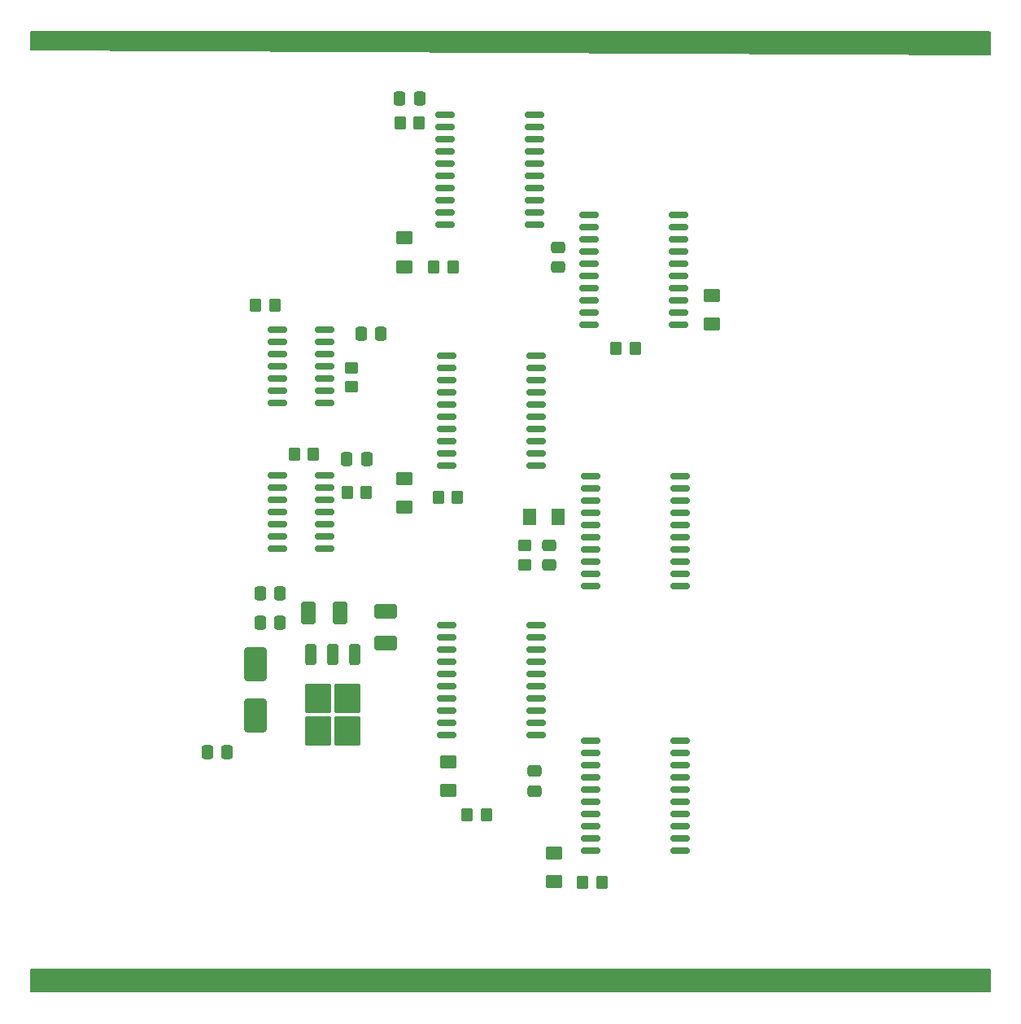
<source format=gtp>
G04 #@! TF.GenerationSoftware,KiCad,Pcbnew,7.0.1*
G04 #@! TF.CreationDate,2023-04-18T17:18:43+02:00*
G04 #@! TF.ProjectId,Alexandrie,416c6578-616e-4647-9269-652e6b696361,rev?*
G04 #@! TF.SameCoordinates,Original*
G04 #@! TF.FileFunction,Paste,Top*
G04 #@! TF.FilePolarity,Positive*
%FSLAX46Y46*%
G04 Gerber Fmt 4.6, Leading zero omitted, Abs format (unit mm)*
G04 Created by KiCad (PCBNEW 7.0.1) date 2023-04-18 17:18:43*
%MOMM*%
%LPD*%
G01*
G04 APERTURE LIST*
G04 Aperture macros list*
%AMRoundRect*
0 Rectangle with rounded corners*
0 $1 Rounding radius*
0 $2 $3 $4 $5 $6 $7 $8 $9 X,Y pos of 4 corners*
0 Add a 4 corners polygon primitive as box body*
4,1,4,$2,$3,$4,$5,$6,$7,$8,$9,$2,$3,0*
0 Add four circle primitives for the rounded corners*
1,1,$1+$1,$2,$3*
1,1,$1+$1,$4,$5*
1,1,$1+$1,$6,$7*
1,1,$1+$1,$8,$9*
0 Add four rect primitives between the rounded corners*
20,1,$1+$1,$2,$3,$4,$5,0*
20,1,$1+$1,$4,$5,$6,$7,0*
20,1,$1+$1,$6,$7,$8,$9,0*
20,1,$1+$1,$8,$9,$2,$3,0*%
G04 Aperture macros list end*
%ADD10RoundRect,0.250000X0.350000X0.450000X-0.350000X0.450000X-0.350000X-0.450000X0.350000X-0.450000X0*%
%ADD11RoundRect,0.250000X-0.350000X-0.450000X0.350000X-0.450000X0.350000X0.450000X-0.350000X0.450000X0*%
%ADD12RoundRect,0.250001X-0.624999X0.462499X-0.624999X-0.462499X0.624999X-0.462499X0.624999X0.462499X0*%
%ADD13RoundRect,0.250000X0.900000X-1.500000X0.900000X1.500000X-0.900000X1.500000X-0.900000X-1.500000X0*%
%ADD14RoundRect,0.250000X0.450000X-0.350000X0.450000X0.350000X-0.450000X0.350000X-0.450000X-0.350000X0*%
%ADD15RoundRect,0.250000X-0.475000X0.337500X-0.475000X-0.337500X0.475000X-0.337500X0.475000X0.337500X0*%
%ADD16RoundRect,0.250000X-0.350000X0.850000X-0.350000X-0.850000X0.350000X-0.850000X0.350000X0.850000X0*%
%ADD17RoundRect,0.250000X-1.125000X1.275000X-1.125000X-1.275000X1.125000X-1.275000X1.125000X1.275000X0*%
%ADD18RoundRect,0.150000X-0.875000X-0.150000X0.875000X-0.150000X0.875000X0.150000X-0.875000X0.150000X0*%
%ADD19RoundRect,0.250000X-0.337500X-0.475000X0.337500X-0.475000X0.337500X0.475000X-0.337500X0.475000X0*%
%ADD20RoundRect,0.150000X-0.825000X-0.150000X0.825000X-0.150000X0.825000X0.150000X-0.825000X0.150000X0*%
%ADD21RoundRect,0.250001X0.462499X0.624999X-0.462499X0.624999X-0.462499X-0.624999X0.462499X-0.624999X0*%
%ADD22RoundRect,0.250001X0.924999X-0.499999X0.924999X0.499999X-0.924999X0.499999X-0.924999X-0.499999X0*%
%ADD23RoundRect,0.250001X-0.499999X-0.924999X0.499999X-0.924999X0.499999X0.924999X-0.499999X0.924999X0*%
%ADD24RoundRect,0.250000X0.337500X0.475000X-0.337500X0.475000X-0.337500X-0.475000X0.337500X-0.475000X0*%
%ADD25RoundRect,0.250000X0.475000X-0.337500X0.475000X0.337500X-0.475000X0.337500X-0.475000X-0.337500X0*%
%ADD26RoundRect,0.250000X-0.450000X0.350000X-0.450000X-0.350000X0.450000X-0.350000X0.450000X0.350000X0*%
G04 APERTURE END LIST*
D10*
X130000000Y-134000000D03*
X128000000Y-134000000D03*
D11*
X143500000Y-85500000D03*
X145500000Y-85500000D03*
D12*
X153500000Y-80012500D03*
X153500000Y-82987500D03*
D13*
X106000000Y-123700000D03*
X106000000Y-118300000D03*
D14*
X134000000Y-108000000D03*
X134000000Y-106000000D03*
D15*
X135000000Y-129462500D03*
X135000000Y-131537500D03*
D16*
X116280000Y-117300000D03*
X114000000Y-117300000D03*
D17*
X115525000Y-121925000D03*
X112475000Y-121925000D03*
X115525000Y-125275000D03*
X112475000Y-125275000D03*
D16*
X111720000Y-117300000D03*
D18*
X125850000Y-114285000D03*
X125850000Y-115555000D03*
X125850000Y-116825000D03*
X125850000Y-118095000D03*
X125850000Y-119365000D03*
X125850000Y-120635000D03*
X125850000Y-121905000D03*
X125850000Y-123175000D03*
X125850000Y-124445000D03*
X125850000Y-125715000D03*
X135150000Y-125715000D03*
X135150000Y-124445000D03*
X135150000Y-123175000D03*
X135150000Y-121905000D03*
X135150000Y-120635000D03*
X135150000Y-119365000D03*
X135150000Y-118095000D03*
X135150000Y-116825000D03*
X135150000Y-115555000D03*
X135150000Y-114285000D03*
D19*
X100962500Y-127500000D03*
X103037500Y-127500000D03*
D10*
X123000000Y-62000000D03*
X121000000Y-62000000D03*
D20*
X108212500Y-83530000D03*
X108212500Y-84800000D03*
X108212500Y-86070000D03*
X108212500Y-87340000D03*
X108212500Y-88610000D03*
X108212500Y-89880000D03*
X108212500Y-91150000D03*
X113162500Y-91150000D03*
X113162500Y-89880000D03*
X113162500Y-88610000D03*
X113162500Y-87340000D03*
X113162500Y-86070000D03*
X113162500Y-84800000D03*
X113162500Y-83530000D03*
D12*
X126000000Y-128512500D03*
X126000000Y-131487500D03*
D21*
X137487500Y-103000000D03*
X134512500Y-103000000D03*
D22*
X119500000Y-116125000D03*
X119500000Y-112875000D03*
D10*
X112000000Y-96500000D03*
X110000000Y-96500000D03*
D18*
X140712500Y-71625000D03*
X140712500Y-72895000D03*
X140712500Y-74165000D03*
X140712500Y-75435000D03*
X140712500Y-76705000D03*
X140712500Y-77975000D03*
X140712500Y-79245000D03*
X140712500Y-80515000D03*
X140712500Y-81785000D03*
X140712500Y-83055000D03*
X150012500Y-83055000D03*
X150012500Y-81785000D03*
X150012500Y-80515000D03*
X150012500Y-79245000D03*
X150012500Y-77975000D03*
X150012500Y-76705000D03*
X150012500Y-75435000D03*
X150012500Y-74165000D03*
X150012500Y-72895000D03*
X150012500Y-71625000D03*
X125700000Y-61230000D03*
X125700000Y-62500000D03*
X125700000Y-63770000D03*
X125700000Y-65040000D03*
X125700000Y-66310000D03*
X125700000Y-67580000D03*
X125700000Y-68850000D03*
X125700000Y-70120000D03*
X125700000Y-71390000D03*
X125700000Y-72660000D03*
X135000000Y-72660000D03*
X135000000Y-71390000D03*
X135000000Y-70120000D03*
X135000000Y-68850000D03*
X135000000Y-67580000D03*
X135000000Y-66310000D03*
X135000000Y-65040000D03*
X135000000Y-63770000D03*
X135000000Y-62500000D03*
X135000000Y-61230000D03*
D23*
X111500000Y-113000000D03*
X114750000Y-113000000D03*
D12*
X121500000Y-99012500D03*
X121500000Y-101987500D03*
D19*
X115462500Y-97000000D03*
X117537500Y-97000000D03*
X106462500Y-114000000D03*
X108537500Y-114000000D03*
D18*
X125850000Y-86285000D03*
X125850000Y-87555000D03*
X125850000Y-88825000D03*
X125850000Y-90095000D03*
X125850000Y-91365000D03*
X125850000Y-92635000D03*
X125850000Y-93905000D03*
X125850000Y-95175000D03*
X125850000Y-96445000D03*
X125850000Y-97715000D03*
X135150000Y-97715000D03*
X135150000Y-96445000D03*
X135150000Y-95175000D03*
X135150000Y-93905000D03*
X135150000Y-92635000D03*
X135150000Y-91365000D03*
X135150000Y-90095000D03*
X135150000Y-88825000D03*
X135150000Y-87555000D03*
X135150000Y-86285000D03*
D10*
X127000000Y-101000000D03*
X125000000Y-101000000D03*
D19*
X116962500Y-84000000D03*
X119037500Y-84000000D03*
D24*
X123037500Y-59500000D03*
X120962500Y-59500000D03*
D10*
X142000000Y-141000000D03*
X140000000Y-141000000D03*
D18*
X140850000Y-98785000D03*
X140850000Y-100055000D03*
X140850000Y-101325000D03*
X140850000Y-102595000D03*
X140850000Y-103865000D03*
X140850000Y-105135000D03*
X140850000Y-106405000D03*
X140850000Y-107675000D03*
X140850000Y-108945000D03*
X140850000Y-110215000D03*
X150150000Y-110215000D03*
X150150000Y-108945000D03*
X150150000Y-107675000D03*
X150150000Y-106405000D03*
X150150000Y-105135000D03*
X150150000Y-103865000D03*
X150150000Y-102595000D03*
X150150000Y-101325000D03*
X150150000Y-100055000D03*
X150150000Y-98785000D03*
D10*
X117500000Y-100500000D03*
X115500000Y-100500000D03*
D12*
X137000000Y-138012500D03*
X137000000Y-140987500D03*
D15*
X137500000Y-74962500D03*
X137500000Y-77037500D03*
D10*
X126500000Y-77000000D03*
X124500000Y-77000000D03*
D25*
X136500000Y-108037500D03*
X136500000Y-105962500D03*
D26*
X116000000Y-87500000D03*
X116000000Y-89500000D03*
D20*
X108212500Y-98730000D03*
X108212500Y-100000000D03*
X108212500Y-101270000D03*
X108212500Y-102540000D03*
X108212500Y-103810000D03*
X108212500Y-105080000D03*
X108212500Y-106350000D03*
X113162500Y-106350000D03*
X113162500Y-105080000D03*
X113162500Y-103810000D03*
X113162500Y-102540000D03*
X113162500Y-101270000D03*
X113162500Y-100000000D03*
X113162500Y-98730000D03*
D12*
X121500000Y-74012500D03*
X121500000Y-76987500D03*
D18*
X140850000Y-126285000D03*
X140850000Y-127555000D03*
X140850000Y-128825000D03*
X140850000Y-130095000D03*
X140850000Y-131365000D03*
X140850000Y-132635000D03*
X140850000Y-133905000D03*
X140850000Y-135175000D03*
X140850000Y-136445000D03*
X140850000Y-137715000D03*
X150150000Y-137715000D03*
X150150000Y-136445000D03*
X150150000Y-135175000D03*
X150150000Y-133905000D03*
X150150000Y-132635000D03*
X150150000Y-131365000D03*
X150150000Y-130095000D03*
X150150000Y-128825000D03*
X150150000Y-127555000D03*
X150150000Y-126285000D03*
D11*
X106000000Y-81000000D03*
X108000000Y-81000000D03*
D19*
X106462500Y-111000000D03*
X108537500Y-111000000D03*
G36*
X182438000Y-150016613D02*
G01*
X182483387Y-150062000D01*
X182500000Y-150124000D01*
X182500000Y-152376000D01*
X182483387Y-152438000D01*
X182438000Y-152483387D01*
X182376000Y-152500000D01*
X82624000Y-152500000D01*
X82562000Y-152483387D01*
X82516613Y-152438000D01*
X82500000Y-152376000D01*
X82500000Y-150124000D01*
X82516613Y-150062000D01*
X82562000Y-150016613D01*
X82624000Y-150000000D01*
X182376000Y-150000000D01*
X182438000Y-150016613D01*
G37*
G36*
X182438000Y-52516613D02*
G01*
X182483387Y-52562000D01*
X182500000Y-52624000D01*
X182500000Y-54875379D01*
X182483284Y-54937558D01*
X182437642Y-54982972D01*
X182375380Y-54999377D01*
X82623380Y-54500617D01*
X82561642Y-54483799D01*
X82516510Y-54438440D01*
X82500000Y-54376619D01*
X82500000Y-52624000D01*
X82516613Y-52562000D01*
X82562000Y-52516613D01*
X82624000Y-52500000D01*
X182376000Y-52500000D01*
X182438000Y-52516613D01*
G37*
M02*

</source>
